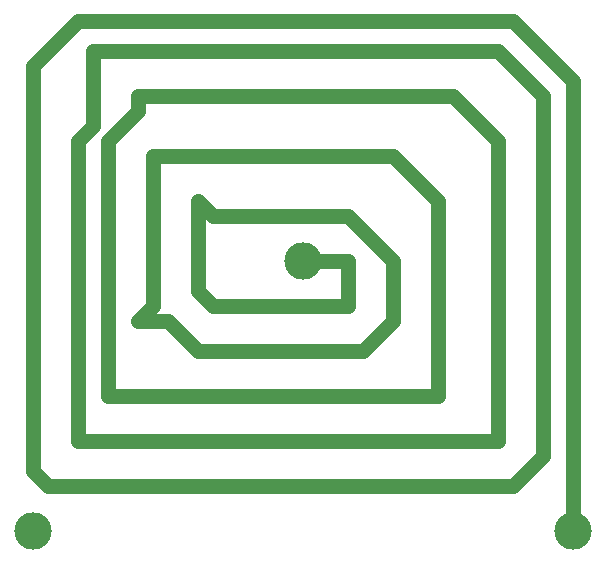
<source format=gbr>
G04 DesignSpark PCB Gerber Version 9.0 Build 5138 *
G04 #@! TF.Part,Single*
G04 #@! TF.FileFunction,Copper,L2,Bot *
G04 #@! TF.FilePolarity,Positive *
%FSLAX35Y35*%
%MOIN*%
%ADD82C,0.05000*%
G04 #@! TA.AperFunction,WasherPad*
%ADD77C,0.12500*%
X0Y0D02*
D02*
D77*
X10250Y10250D03*
X100250Y100250D03*
X190250Y10250D03*
D02*
D82*
Y160250D01*
X170250Y180250*
X25250*
X10250Y165250*
Y30250*
X15250Y25250*
X170250*
X180250Y35250*
Y155250*
X165250Y170250*
X30250*
Y145250*
X25250Y140250*
Y40250*
X165250*
Y140250*
X150250Y155250*
X45250*
Y150250*
X35250Y140250*
Y55250*
X145250*
Y120250*
X130250Y135250*
X50250*
Y85250*
X45250Y80250*
X55250*
X65250Y70250*
X120250*
X130250Y80250*
Y100250*
X115250Y115250*
X70250*
X65250Y120250*
Y90250*
X70250Y85250*
X115250*
Y100250*
X100250*
X0Y0D02*
M02*

</source>
